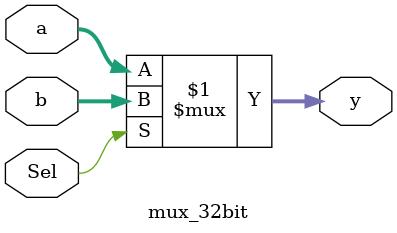
<source format=v>
`timescale 1ns / 1ps

module mux_32bit (Sel, a, b, y);

input [31:0] a, b;
input Sel;
output [31:0] y;

assign y = Sel ? b : a;


endmodule
</source>
